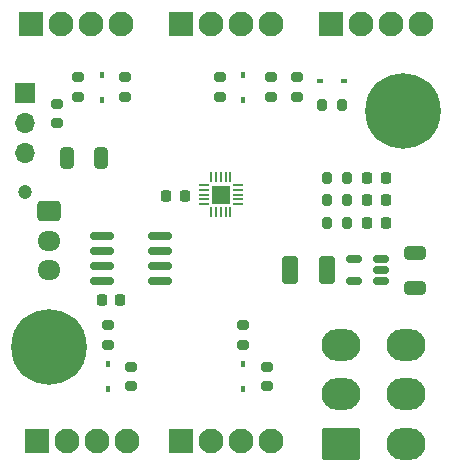
<source format=gbr>
%TF.GenerationSoftware,KiCad,Pcbnew,7.0.8*%
%TF.CreationDate,2024-01-22T00:16:33-08:00*%
%TF.ProjectId,PWMGen R1,50574d47-656e-4205-9231-2e6b69636164,rev?*%
%TF.SameCoordinates,Original*%
%TF.FileFunction,Soldermask,Top*%
%TF.FilePolarity,Negative*%
%FSLAX46Y46*%
G04 Gerber Fmt 4.6, Leading zero omitted, Abs format (unit mm)*
G04 Created by KiCad (PCBNEW 7.0.8) date 2024-01-22 00:16:33*
%MOMM*%
%LPD*%
G01*
G04 APERTURE LIST*
G04 Aperture macros list*
%AMRoundRect*
0 Rectangle with rounded corners*
0 $1 Rounding radius*
0 $2 $3 $4 $5 $6 $7 $8 $9 X,Y pos of 4 corners*
0 Add a 4 corners polygon primitive as box body*
4,1,4,$2,$3,$4,$5,$6,$7,$8,$9,$2,$3,0*
0 Add four circle primitives for the rounded corners*
1,1,$1+$1,$2,$3*
1,1,$1+$1,$4,$5*
1,1,$1+$1,$6,$7*
1,1,$1+$1,$8,$9*
0 Add four rect primitives between the rounded corners*
20,1,$1+$1,$2,$3,$4,$5,0*
20,1,$1+$1,$4,$5,$6,$7,0*
20,1,$1+$1,$6,$7,$8,$9,0*
20,1,$1+$1,$8,$9,$2,$3,0*%
G04 Aperture macros list end*
%ADD10RoundRect,0.150000X0.825000X0.150000X-0.825000X0.150000X-0.825000X-0.150000X0.825000X-0.150000X0*%
%ADD11RoundRect,0.218750X-0.218750X-0.256250X0.218750X-0.256250X0.218750X0.256250X-0.218750X0.256250X0*%
%ADD12R,1.700000X1.700000*%
%ADD13O,1.700000X1.700000*%
%ADD14RoundRect,0.200000X0.200000X0.275000X-0.200000X0.275000X-0.200000X-0.275000X0.200000X-0.275000X0*%
%ADD15R,0.600000X0.450000*%
%ADD16RoundRect,0.200000X-0.275000X0.200000X-0.275000X-0.200000X0.275000X-0.200000X0.275000X0.200000X0*%
%ADD17R,0.450000X0.600000*%
%ADD18RoundRect,0.250000X0.325000X0.650000X-0.325000X0.650000X-0.325000X-0.650000X0.325000X-0.650000X0*%
%ADD19R,2.100000X2.100000*%
%ADD20C,2.100000*%
%ADD21C,0.800000*%
%ADD22C,6.400000*%
%ADD23RoundRect,0.225000X0.225000X0.250000X-0.225000X0.250000X-0.225000X-0.250000X0.225000X-0.250000X0*%
%ADD24RoundRect,0.250001X1.399999X-1.099999X1.399999X1.099999X-1.399999X1.099999X-1.399999X-1.099999X0*%
%ADD25O,3.300000X2.700000*%
%ADD26RoundRect,0.250000X0.412500X0.925000X-0.412500X0.925000X-0.412500X-0.925000X0.412500X-0.925000X0*%
%ADD27RoundRect,0.200000X0.275000X-0.200000X0.275000X0.200000X-0.275000X0.200000X-0.275000X-0.200000X0*%
%ADD28RoundRect,0.150000X0.512500X0.150000X-0.512500X0.150000X-0.512500X-0.150000X0.512500X-0.150000X0*%
%ADD29C,1.200000*%
%ADD30RoundRect,0.250000X-0.725000X0.600000X-0.725000X-0.600000X0.725000X-0.600000X0.725000X0.600000X0*%
%ADD31O,1.950000X1.700000*%
%ADD32RoundRect,0.250000X-0.650000X0.325000X-0.650000X-0.325000X0.650000X-0.325000X0.650000X0.325000X0*%
%ADD33RoundRect,0.050000X-0.375000X-0.050000X0.375000X-0.050000X0.375000X0.050000X-0.375000X0.050000X0*%
%ADD34RoundRect,0.050000X-0.050000X-0.375000X0.050000X-0.375000X0.050000X0.375000X-0.050000X0.375000X0*%
%ADD35R,1.650000X1.650000*%
G04 APERTURE END LIST*
D10*
%TO.C,U3*%
X-122326100Y141648600D03*
X-122326100Y142918600D03*
X-122326100Y144188600D03*
X-122326100Y145458600D03*
X-127276100Y145458600D03*
X-127276100Y144188600D03*
X-127276100Y142918600D03*
X-127276100Y141648600D03*
%TD*%
D11*
%TO.C,D5*%
X-104801100Y146553600D03*
X-103226100Y146553600D03*
%TD*%
D12*
%TO.C,P6*%
X-133801100Y157578600D03*
D13*
X-133801100Y155038600D03*
X-133801100Y152498600D03*
%TD*%
D14*
%TO.C,R16*%
X-106976100Y156553600D03*
X-108626100Y156553600D03*
%TD*%
D15*
%TO.C,D15*%
X-106751100Y158553600D03*
X-108851100Y158553600D03*
%TD*%
D16*
%TO.C,R17*%
X-129301100Y158878600D03*
X-129301100Y157228600D03*
%TD*%
%TO.C,R1*%
X-125301100Y158878600D03*
X-125301100Y157228600D03*
%TD*%
D17*
%TO.C,D1*%
X-126801100Y132503600D03*
X-126801100Y134603600D03*
%TD*%
D18*
%TO.C,C11*%
X-127326100Y152053600D03*
X-130276100Y152053600D03*
%TD*%
D19*
%TO.C,J1*%
X-132801100Y128053600D03*
D20*
X-130261100Y128053600D03*
X-127721100Y128053600D03*
X-125181100Y128053600D03*
%TD*%
D21*
%TO.C,H1*%
X-134201100Y136053600D03*
X-133498156Y137750656D03*
X-133498156Y134356544D03*
X-131801100Y138453600D03*
D22*
X-131801100Y136053600D03*
D21*
X-131801100Y133653600D03*
X-130104044Y137750656D03*
X-130104044Y134356544D03*
X-129401100Y136053600D03*
%TD*%
%TO.C,H2*%
X-104201100Y156053600D03*
X-103498156Y157750656D03*
X-103498156Y154356544D03*
X-101801100Y158453600D03*
D22*
X-101801100Y156053600D03*
D21*
X-101801100Y153653600D03*
X-100104044Y157750656D03*
X-100104044Y154356544D03*
X-99401100Y156053600D03*
%TD*%
D17*
%TO.C,D4*%
X-115301100Y159103600D03*
X-115301100Y157003600D03*
%TD*%
D23*
%TO.C,C8*%
X-120276100Y148803600D03*
X-121826100Y148803600D03*
%TD*%
D11*
%TO.C,D6*%
X-104801100Y148458600D03*
X-103226100Y148458600D03*
%TD*%
D24*
%TO.C,J2*%
X-107051100Y127853600D03*
D25*
X-107051100Y132053600D03*
X-107051100Y136253600D03*
X-101551100Y127853600D03*
X-101551100Y132053600D03*
X-101551100Y136253600D03*
%TD*%
D19*
%TO.C,J3*%
X-120561100Y128053600D03*
D20*
X-118021100Y128053600D03*
X-115481100Y128053600D03*
X-112941100Y128053600D03*
%TD*%
D26*
%TO.C,C13*%
X-108263600Y142553600D03*
X-111338600Y142553600D03*
%TD*%
D16*
%TO.C,R5*%
X-110801100Y158878600D03*
X-110801100Y157228600D03*
%TD*%
D27*
%TO.C,R7*%
X-115301100Y136228600D03*
X-115301100Y137878600D03*
%TD*%
D17*
%TO.C,D3*%
X-127301100Y159103600D03*
X-127301100Y157003600D03*
%TD*%
D11*
%TO.C,D7*%
X-104801100Y150363600D03*
X-103226100Y150363600D03*
%TD*%
D19*
%TO.C,J5*%
X-120561100Y163423600D03*
D20*
X-118021100Y163423600D03*
X-115481100Y163423600D03*
X-112941100Y163423600D03*
%TD*%
D27*
%TO.C,R9*%
X-124801100Y132728600D03*
X-124801100Y134378600D03*
%TD*%
D28*
%TO.C,U2*%
X-103663600Y141603600D03*
X-103663600Y142553600D03*
X-103663600Y143503600D03*
X-105938600Y143503600D03*
X-105938600Y141603600D03*
%TD*%
D19*
%TO.C,J6*%
X-107861100Y163423600D03*
D20*
X-105321100Y163423600D03*
X-102781100Y163423600D03*
X-100241100Y163423600D03*
%TD*%
D14*
%TO.C,R12*%
X-106553600Y148458600D03*
X-108203600Y148458600D03*
%TD*%
D27*
%TO.C,R3*%
X-126801100Y136228600D03*
X-126801100Y137878600D03*
%TD*%
D14*
%TO.C,R11*%
X-106553600Y146553600D03*
X-108203600Y146553600D03*
%TD*%
D29*
%TO.C,P1*%
X-133801100Y149153600D03*
D30*
X-131801100Y147553600D03*
D31*
X-131801100Y145053600D03*
X-131801100Y142553600D03*
%TD*%
D19*
%TO.C,J4*%
X-133261100Y163423600D03*
D20*
X-130721100Y163423600D03*
X-128181100Y163423600D03*
X-125641100Y163423600D03*
%TD*%
D14*
%TO.C,R13*%
X-106553600Y150363600D03*
X-108203600Y150363600D03*
%TD*%
D32*
%TO.C,C10*%
X-100801100Y144028600D03*
X-100801100Y141078600D03*
%TD*%
D23*
%TO.C,C1*%
X-125726100Y140053600D03*
X-127276100Y140053600D03*
%TD*%
D33*
%TO.C,U1*%
X-118661100Y149763600D03*
X-118661100Y149363600D03*
X-118661100Y148963600D03*
X-118661100Y148563600D03*
X-118661100Y148163600D03*
D34*
X-118011100Y147513600D03*
X-117611100Y147513600D03*
X-117211100Y147513600D03*
X-116811100Y147513600D03*
X-116411100Y147513600D03*
D33*
X-115761100Y148163600D03*
X-115761100Y148563600D03*
X-115761100Y148963600D03*
X-115761100Y149363600D03*
X-115761100Y149763600D03*
D34*
X-116411100Y150413600D03*
X-116811100Y150413600D03*
X-117211100Y150413600D03*
X-117611100Y150413600D03*
X-118011100Y150413600D03*
D35*
X-117211100Y148963600D03*
%TD*%
D27*
%TO.C,R10*%
X-113301100Y132728600D03*
X-113301100Y134378600D03*
%TD*%
D16*
%TO.C,R4*%
X-117301100Y158878600D03*
X-117301100Y157228600D03*
%TD*%
%TO.C,R2*%
X-112941100Y158878600D03*
X-112941100Y157228600D03*
%TD*%
D27*
%TO.C,R6*%
X-131051100Y154978600D03*
X-131051100Y156628600D03*
%TD*%
D17*
%TO.C,D2*%
X-115301100Y132503600D03*
X-115301100Y134603600D03*
%TD*%
M02*

</source>
